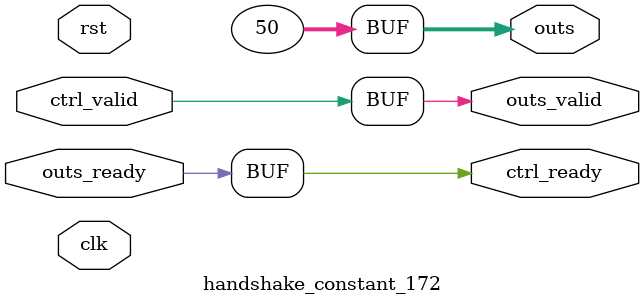
<source format=v>
`timescale 1ns / 1ps
module handshake_constant_172 #(
  parameter DATA_WIDTH = 32  // Default set to 32 bits
) (
  input                       clk,
  input                       rst,
  // Input Channel
  input                       ctrl_valid,
  output                      ctrl_ready,
  // Output Channel
  output [DATA_WIDTH - 1 : 0] outs,
  output                      outs_valid,
  input                       outs_ready
);
  assign outs       = 7'b0110010;
  assign outs_valid = ctrl_valid;
  assign ctrl_ready = outs_ready;

endmodule

</source>
